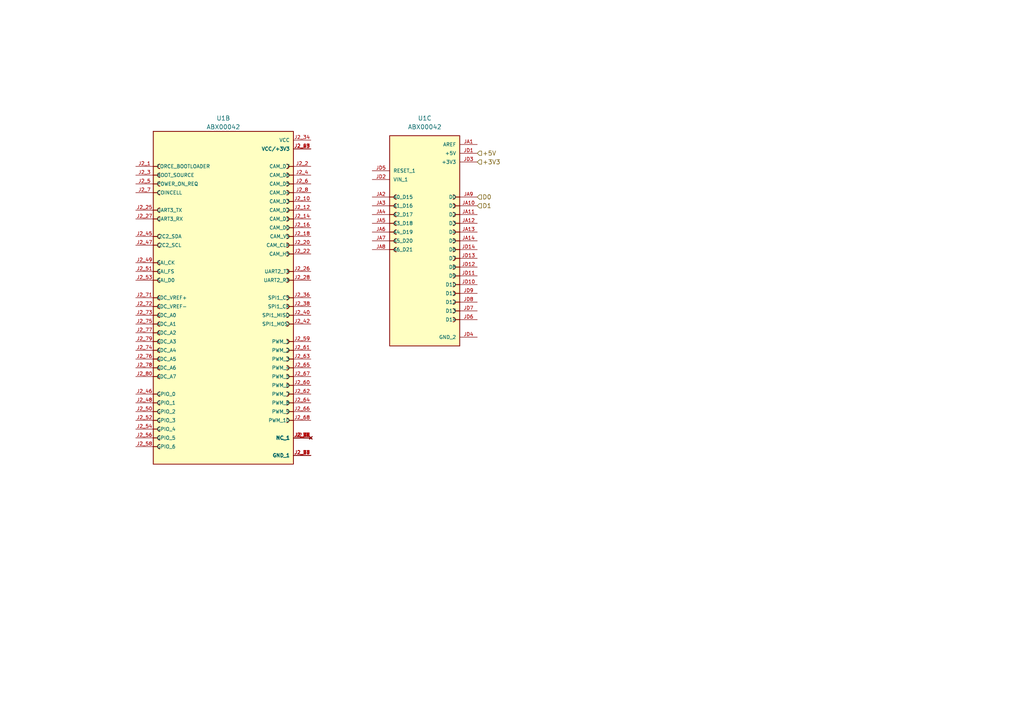
<source format=kicad_sch>
(kicad_sch (version 20230121) (generator eeschema)
  (paper "A4")
  (lib_symbols
    (symbol "ABX00042:ABX00042" (pin_names (offset 1.016))
      (property "Reference" "U" (at -20.32 52.07 0))
      (property "Value" "ABX00042" (at -20.32 -53.34 0))
      (symbol "ABX00042_1_0"
        (rectangle (start -20.32 -50.8) (end 20.32 50.8) (stroke (width 0.254)) (fill (type background)))
        (arc (start -18.415 -45.085) (mid -19.0473 -45.72) (end -18.415 -46.355) (stroke (width 0.254)))
        (arc (start -18.415 -42.545) (mid -19.0473 -43.18) (end -18.415 -43.815) (stroke (width 0.254)))
        (arc (start -18.415 -40.005) (mid -19.0473 -40.64) (end -18.415 -41.275) (stroke (width 0.254)))
        (arc (start -18.415 -37.465) (mid -19.0473 -38.1) (end -18.415 -38.735) (stroke (width 0.254)))
        (arc (start -18.415 -32.385) (mid -19.0473 -33.02) (end -18.415 -33.655) (stroke (width 0.254)))
        (arc (start -18.415 -29.845) (mid -19.0473 -30.48) (end -18.415 -31.115) (stroke (width 0.254)))
        (arc (start -18.415 -27.305) (mid -19.0473 -27.94) (end -18.415 -28.575) (stroke (width 0.254)))
        (arc (start -18.415 -24.765) (mid -19.0473 -25.4) (end -18.415 -26.035) (stroke (width 0.254)))
        (arc (start -18.415 -22.225) (mid -19.0473 -22.86) (end -18.415 -23.495) (stroke (width 0.254)))
        (arc (start -18.415 -19.685) (mid -19.0473 -20.32) (end -18.415 -20.955) (stroke (width 0.254)))
        (arc (start -18.415 -14.605) (mid -19.0473 -15.24) (end -18.415 -15.875) (stroke (width 0.254)))
        (arc (start -18.415 -12.065) (mid -19.0473 -12.7) (end -18.415 -13.335) (stroke (width 0.254)))
        (arc (start -18.415 -6.985) (mid -19.0473 -7.62) (end -18.415 -8.255) (stroke (width 0.254)))
        (arc (start -18.415 -4.445) (mid -19.0473 -5.08) (end -18.415 -5.715) (stroke (width 0.254)))
        (arc (start -18.415 0.635) (mid -19.0473 0) (end -18.415 -0.635) (stroke (width 0.254)))
        (arc (start -18.415 3.175) (mid -19.0473 2.54) (end -18.415 1.905) (stroke (width 0.254)))
        (arc (start -18.415 5.715) (mid -19.0473 5.08) (end -18.415 4.445) (stroke (width 0.254)))
        (arc (start -18.415 8.255) (mid -19.0473 7.62) (end -18.415 6.985) (stroke (width 0.254)))
        (arc (start -18.415 13.335) (mid -19.0473 12.7) (end -18.415 12.065) (stroke (width 0.254)))
        (arc (start -18.415 15.875) (mid -19.0473 15.24) (end -18.415 14.605) (stroke (width 0.254)))
        (arc (start -18.415 18.415) (mid -19.0473 17.78) (end -18.415 17.145) (stroke (width 0.254)))
        (arc (start -18.415 20.955) (mid -19.0473 20.32) (end -18.415 19.685) (stroke (width 0.254)))
        (arc (start -18.415 26.035) (mid -19.0473 25.4) (end -18.415 24.765) (stroke (width 0.254)))
        (arc (start -18.415 28.575) (mid -19.0473 27.94) (end -18.415 27.305) (stroke (width 0.254)))
        (arc (start -18.415 31.115) (mid -19.0473 30.48) (end -18.415 29.845) (stroke (width 0.254)))
        (arc (start -18.415 33.655) (mid -19.0473 33.02) (end -18.415 32.385) (stroke (width 0.254)))
        (arc (start -18.415 36.195) (mid -19.0473 35.56) (end -18.415 34.925) (stroke (width 0.254)))
        (arc (start -18.415 38.735) (mid -19.0473 38.1) (end -18.415 37.465) (stroke (width 0.254)))
        (polyline (pts (xy -20.32 -45.72) (xy -19.05 -45.72)) (stroke (width 0.254)))
        (polyline (pts (xy -20.32 -43.18) (xy -19.05 -43.18)) (stroke (width 0.254)))
        (polyline (pts (xy -20.32 -40.64) (xy -19.05 -40.64)) (stroke (width 0.254)))
        (polyline (pts (xy -20.32 -38.1) (xy -19.05 -38.1)) (stroke (width 0.254)))
        (polyline (pts (xy -20.32 -33.02) (xy -19.05 -33.02)) (stroke (width 0.254)))
        (polyline (pts (xy -20.32 -30.48) (xy -19.05 -30.48)) (stroke (width 0.254)))
        (polyline (pts (xy -20.32 -27.94) (xy -19.05 -27.94)) (stroke (width 0.254)))
        (polyline (pts (xy -20.32 -25.4) (xy -19.05 -25.4)) (stroke (width 0.254)))
        (polyline (pts (xy -20.32 -22.86) (xy -19.05 -22.86)) (stroke (width 0.254)))
        (polyline (pts (xy -20.32 -20.32) (xy -19.05 -20.32)) (stroke (width 0.254)))
        (polyline (pts (xy -20.32 -15.24) (xy -19.05 -15.24)) (stroke (width 0.254)))
        (polyline (pts (xy -20.32 -12.7) (xy -19.05 -12.7)) (stroke (width 0.254)))
        (polyline (pts (xy -20.32 -7.62) (xy -19.05 -7.62)) (stroke (width 0.254)))
        (polyline (pts (xy -20.32 -5.08) (xy -19.05 -5.08)) (stroke (width 0.254)))
        (polyline (pts (xy -20.32 0) (xy -19.05 0)) (stroke (width 0.254)))
        (polyline (pts (xy -20.32 2.54) (xy -19.05 2.54)) (stroke (width 0.254)))
        (polyline (pts (xy -20.32 5.08) (xy -19.05 5.08)) (stroke (width 0.254)))
        (polyline (pts (xy -20.32 7.62) (xy -19.05 7.62)) (stroke (width 0.254)))
        (polyline (pts (xy -20.32 12.7) (xy -19.05 12.7)) (stroke (width 0.254)))
        (polyline (pts (xy -20.32 15.24) (xy -19.05 15.24)) (stroke (width 0.254)))
        (polyline (pts (xy -20.32 17.78) (xy -19.05 17.78)) (stroke (width 0.254)))
        (polyline (pts (xy -20.32 20.32) (xy -19.05 20.32)) (stroke (width 0.254)))
        (polyline (pts (xy -20.32 25.4) (xy -19.05 25.4)) (stroke (width 0.254)))
        (polyline (pts (xy -20.32 27.94) (xy -19.05 27.94)) (stroke (width 0.254)))
        (polyline (pts (xy -20.32 30.48) (xy -19.05 30.48)) (stroke (width 0.254)))
        (polyline (pts (xy -20.32 33.02) (xy -19.05 33.02)) (stroke (width 0.254)))
        (polyline (pts (xy -20.32 35.56) (xy -19.05 35.56)) (stroke (width 0.254)))
        (polyline (pts (xy -20.32 38.1) (xy -19.05 38.1)) (stroke (width 0.254)))
        (polyline (pts (xy 20.32 -35.56) (xy 19.05 -35.56)) (stroke (width 0.254)))
        (polyline (pts (xy 20.32 -33.02) (xy 19.05 -33.02)) (stroke (width 0.254)))
        (polyline (pts (xy 20.32 -27.94) (xy 19.05 -27.94)) (stroke (width 0.254)))
        (polyline (pts (xy 20.32 -25.4) (xy 19.05 -25.4)) (stroke (width 0.254)))
        (polyline (pts (xy 20.32 -22.86) (xy 19.05 -22.86)) (stroke (width 0.254)))
        (polyline (pts (xy 20.32 -20.32) (xy 19.05 -20.32)) (stroke (width 0.254)))
        (polyline (pts (xy 20.32 -7.62) (xy 19.05 -7.62)) (stroke (width 0.254)))
        (polyline (pts (xy 20.32 -5.08) (xy 19.05 -5.08)) (stroke (width 0.254)))
        (polyline (pts (xy 20.32 0) (xy 19.05 0)) (stroke (width 0.254)))
        (polyline (pts (xy 20.32 2.54) (xy 19.05 2.54)) (stroke (width 0.254)))
        (polyline (pts (xy 20.32 5.08) (xy 19.05 5.08)) (stroke (width 0.254)))
        (polyline (pts (xy 20.32 7.62) (xy 19.05 7.62)) (stroke (width 0.254)))
        (polyline (pts (xy 20.32 17.78) (xy 19.05 17.78)) (stroke (width 0.254)))
        (polyline (pts (xy 20.32 20.32) (xy 19.05 20.32)) (stroke (width 0.254)))
        (polyline (pts (xy 20.32 25.4) (xy 19.05 25.4)) (stroke (width 0.254)))
        (polyline (pts (xy 20.32 27.94) (xy 19.05 27.94)) (stroke (width 0.254)))
        (polyline (pts (xy 20.32 30.48) (xy 19.05 30.48)) (stroke (width 0.254)))
        (polyline (pts (xy 20.32 33.02) (xy 19.05 33.02)) (stroke (width 0.254)))
        (polyline (pts (xy 20.32 35.56) (xy 19.05 35.56)) (stroke (width 0.254)))
        (polyline (pts (xy 20.32 38.1) (xy 19.05 38.1)) (stroke (width 0.254)))
        (arc (start 18.415 -36.195) (mid 19.0473 -35.56) (end 18.415 -34.925) (stroke (width 0.254)))
        (arc (start 18.415 -33.655) (mid 19.0473 -33.02) (end 18.415 -32.385) (stroke (width 0.254)))
        (arc (start 18.415 -28.575) (mid 19.0473 -27.94) (end 18.415 -27.305) (stroke (width 0.254)))
        (arc (start 18.415 -26.035) (mid 19.0473 -25.4) (end 18.415 -24.765) (stroke (width 0.254)))
        (arc (start 18.415 -23.495) (mid 19.0473 -22.86) (end 18.415 -22.225) (stroke (width 0.254)))
        (arc (start 18.415 -20.955) (mid 19.0473 -20.32) (end 18.415 -19.685) (stroke (width 0.254)))
        (arc (start 18.415 -8.255) (mid 19.0473 -7.62) (end 18.415 -6.985) (stroke (width 0.254)))
        (arc (start 18.415 -5.715) (mid 19.0473 -5.08) (end 18.415 -4.445) (stroke (width 0.254)))
        (arc (start 18.415 -0.635) (mid 19.0473 0) (end 18.415 0.635) (stroke (width 0.254)))
        (arc (start 18.415 1.905) (mid 19.0473 2.54) (end 18.415 3.175) (stroke (width 0.254)))
        (arc (start 18.415 4.445) (mid 19.0473 5.08) (end 18.415 5.715) (stroke (width 0.254)))
        (arc (start 18.415 6.985) (mid 19.0473 7.62) (end 18.415 8.255) (stroke (width 0.254)))
        (arc (start 18.415 17.145) (mid 19.0473 17.78) (end 18.415 18.415) (stroke (width 0.254)))
        (arc (start 18.415 19.685) (mid 19.0473 20.32) (end 18.415 20.955) (stroke (width 0.254)))
        (arc (start 18.415 24.765) (mid 19.0473 25.4) (end 18.415 26.035) (stroke (width 0.254)))
        (arc (start 18.415 27.305) (mid 19.0473 27.94) (end 18.415 28.575) (stroke (width 0.254)))
        (arc (start 18.415 29.845) (mid 19.0473 30.48) (end 18.415 31.115) (stroke (width 0.254)))
        (arc (start 18.415 32.385) (mid 19.0473 33.02) (end 18.415 33.655) (stroke (width 0.254)))
        (arc (start 18.415 34.925) (mid 19.0473 35.56) (end 18.415 36.195) (stroke (width 0.254)))
        (arc (start 18.415 37.465) (mid 19.0473 38.1) (end 18.415 38.735) (stroke (width 0.254)))
        (pin input line (at -25.4 38.1 0) (length 5.08) (name "ETH_A+") (number "J1_1"))
        (pin bidirectional line (at 25.4 38.1 180) (length 5.08) (name "DSI_D1+") (number "J1_10"))
        (pin no_connect line (at 25.4 -43.18 180) (length 5.08) (name "NC") (number "J1_11"))
        (pin bidirectional line (at 25.4 35.56 180) (length 5.08) (name "DSI_D1-") (number "J1_12"))
        (pin no_connect line (at 25.4 -43.18 180) (length 5.08) (name "NC") (number "J1_13"))
        (pin bidirectional line (at 25.4 33.02 180) (length 5.08) (name "DSI_D0+") (number "J1_14"))
        (pin no_connect line (at 25.4 -43.18 180) (length 5.08) (name "NC") (number "J1_15"))
        (pin bidirectional line (at 25.4 30.48 180) (length 5.08) (name "DSI_D0-") (number "J1_16"))
        (pin output line (at -25.4 27.94 0) (length 5.08) (name "ETH_L1") (number "J1_17"))
        (pin bidirectional line (at 25.4 27.94 180) (length 5.08) (name "DSI_CK+") (number "J1_18"))
        (pin output line (at -25.4 25.4 0) (length 5.08) (name "ETH_L2") (number "J1_19"))
        (pin no_connect line (at 25.4 -43.18 180) (length 5.08) (name "NC") (number "J1_2"))
        (pin bidirectional line (at 25.4 25.4 180) (length 5.08) (name "DSI_CK-") (number "J1_20"))
        (pin input line (at -25.4 43.18 0) (length 5.08) (name "VIN") (number "J1_21"))
        (pin power_in line (at 25.4 -48.26 180) (length 5.08) (name "GND") (number "J1_22"))
        (pin power_in line (at -25.4 20.32 0) (length 5.08) (name "USB1_VBUS") (number "J1_23"))
        (pin no_connect line (at 25.4 -43.18 180) (length 5.08) (name "NC") (number "J1_24"))
        (pin bidirectional line (at -25.4 17.78 0) (length 5.08) (name "USB1_D+") (number "J1_25"))
        (pin bidirectional line (at 25.4 20.32 180) (length 5.08) (name "USB0_D+") (number "J1_26"))
        (pin bidirectional line (at -25.4 15.24 0) (length 5.08) (name "USB1_D-") (number "J1_27"))
        (pin bidirectional line (at 25.4 17.78 180) (length 5.08) (name "USB0_D-") (number "J1_28"))
        (pin bidirectional line (at -25.4 12.7 0) (length 5.08) (name "USB1_ID") (number "J1_29"))
        (pin input line (at -25.4 35.56 0) (length 5.08) (name "ETH_A-") (number "J1_3"))
        (pin no_connect line (at 25.4 -43.18 180) (length 5.08) (name "NC") (number "J1_30"))
        (pin power_in line (at 25.4 -48.26 180) (length 5.08) (name "GND") (number "J1_31"))
        (pin input line (at -25.4 43.18 0) (length 5.08) (name "VIN") (number "J1_32"))
        (pin output line (at -25.4 7.62 0) (length 5.08) (name "UART1_TX") (number "J1_33"))
        (pin output line (at 25.4 7.62 180) (length 5.08) (name "UART0_TX") (number "J1_34"))
        (pin input line (at -25.4 5.08 0) (length 5.08) (name "UART1_RX") (number "J1_35"))
        (pin input line (at 25.4 5.08 180) (length 5.08) (name "UART0_RX") (number "J1_36"))
        (pin bidirectional line (at -25.4 2.54 0) (length 5.08) (name "UART1_RTS") (number "J1_37"))
        (pin bidirectional line (at 25.4 2.54 180) (length 5.08) (name "UART0_RTS") (number "J1_38"))
        (pin bidirectional line (at -25.4 0 0) (length 5.08) (name "UART1_CTS") (number "J1_39"))
        (pin no_connect line (at 25.4 -43.18 180) (length 5.08) (name "NC") (number "J1_4"))
        (pin bidirectional line (at 25.4 0 180) (length 5.08) (name "UART0_CTS") (number "J1_40"))
        (pin input line (at -25.4 43.18 0) (length 5.08) (name "VIN") (number "J1_41"))
        (pin power_in line (at 25.4 -48.26 180) (length 5.08) (name "GND") (number "J1_42"))
        (pin bidirectional line (at -25.4 -5.08 0) (length 5.08) (name "I2C1_SDA") (number "J1_43"))
        (pin bidirectional line (at 25.4 -5.08 180) (length 5.08) (name "I2C0_SDA") (number "J1_44"))
        (pin input line (at -25.4 -7.62 0) (length 5.08) (name "I2C1_SCL") (number "J1_45"))
        (pin input line (at 25.4 -7.62 180) (length 5.08) (name "I2C0_SCL") (number "J1_46"))
        (pin power_in line (at 25.4 -48.26 180) (length 5.08) (name "GND") (number "J1_47"))
        (pin input line (at -25.4 43.18 0) (length 5.08) (name "VIN") (number "J1_48"))
        (pin output line (at -25.4 -12.7 0) (length 5.08) (name "CAN1_TX") (number "J1_49"))
        (pin input line (at -25.4 33.02 0) (length 5.08) (name "ETH_B+") (number "J1_5"))
        (pin no_connect line (at 25.4 -43.18 180) (length 5.08) (name "NC") (number "J1_50"))
        (pin input line (at -25.4 -15.24 0) (length 5.08) (name "CAN1_RX") (number "J1_51"))
        (pin no_connect line (at 25.4 -43.18 180) (length 5.08) (name "NC") (number "J1_52"))
        (pin power_in line (at 25.4 45.72 180) (length 5.08) (name "VSYS") (number "J1_53"))
        (pin power_in line (at 25.4 -48.26 180) (length 5.08) (name "GND") (number "J1_54"))
        (pin input line (at -25.4 -20.32 0) (length 5.08) (name "SDC_CLK") (number "J1_55"))
        (pin bidirectional line (at 25.4 -20.32 180) (length 5.08) (name "I2S_MCK") (number "J1_56"))
        (pin input line (at -25.4 -22.86 0) (length 5.08) (name "SDC_CMD") (number "J1_57"))
        (pin bidirectional line (at 25.4 -22.86 180) (length 5.08) (name "I2S_WS") (number "J1_58"))
        (pin bidirectional line (at -25.4 -25.4 0) (length 5.08) (name "SDC_D0") (number "J1_59"))
        (pin no_connect line (at 25.4 -43.18 180) (length 5.08) (name "NC") (number "J1_6"))
        (pin input line (at 25.4 -25.4 180) (length 5.08) (name "I2S_DI") (number "J1_60"))
        (pin bidirectional line (at -25.4 -27.94 0) (length 5.08) (name "SDC_D1") (number "J1_61"))
        (pin output line (at 25.4 -27.94 180) (length 5.08) (name "I2S_DO") (number "J1_62"))
        (pin bidirectional line (at -25.4 -30.48 0) (length 5.08) (name "SDC_D2") (number "J1_63"))
        (pin power_in line (at 25.4 45.72 180) (length 5.08) (name "VSYS") (number "J1_64"))
        (pin bidirectional line (at -25.4 -33.02 0) (length 5.08) (name "SDC_D3") (number "J1_65"))
        (pin bidirectional line (at 25.4 -33.02 180) (length 5.08) (name "DMIC_CK") (number "J1_66"))
        (pin no_connect line (at 25.4 -43.18 180) (length 5.08) (name "NC") (number "J1_67"))
        (pin bidirectional line (at 25.4 -35.56 180) (length 5.08) (name "DMIC_D0") (number "J1_68"))
        (pin no_connect line (at 25.4 -43.18 180) (length 5.08) (name "NC") (number "J1_69"))
        (pin input line (at -25.4 30.48 0) (length 5.08) (name "ETH_B-") (number "J1_7"))
        (pin no_connect line (at 25.4 -43.18 180) (length 5.08) (name "NC") (number "J1_70"))
        (pin no_connect line (at 25.4 -43.18 180) (length 5.08) (name "NC") (number "J1_71"))
        (pin power_in line (at 25.4 48.26 180) (length 5.08) (name "V-SDCARD") (number "J1_72"))
        (pin input line (at -25.4 -38.1 0) (length 5.08) (name "~{RESET}") (number "J1_73"))
        (pin no_connect line (at 25.4 -43.18 180) (length 5.08) (name "NC") (number "J1_74"))
        (pin bidirectional line (at -25.4 -40.64 0) (length 5.08) (name "SWDIO") (number "J1_75"))
        (pin no_connect line (at 25.4 -43.18 180) (length 5.08) (name "NC") (number "J1_76"))
        (pin input line (at -25.4 -43.18 0) (length 5.08) (name "SWCK") (number "J1_77"))
        (pin no_connect line (at 25.4 -43.18 180) (length 5.08) (name "NC") (number "J1_78"))
        (pin output line (at -25.4 -45.72 0) (length 5.08) (name "SWO") (number "J1_79"))
        (pin no_connect line (at 25.4 -43.18 180) (length 5.08) (name "NC") (number "J1_8"))
        (pin no_connect line (at 25.4 -43.18 180) (length 5.08) (name "NC") (number "J1_80"))
        (pin no_connect line (at 25.4 -43.18 180) (length 5.08) (name "NC") (number "J1_9"))
      )
      (symbol "ABX00042_2_0"
        (rectangle (start -20.32 -48.26) (end 20.32 48.26) (stroke (width 0.254)) (fill (type background)))
        (arc (start -19.05 -43.18) (mid -18.864 -43.629) (end -18.415 -43.815) (stroke (width 0.254)))
        (arc (start -18.415 -42.545) (mid -18.864 -42.731) (end -19.05 -43.18) (stroke (width 0.254)))
        (arc (start -18.415 -40.005) (mid -19.0473 -40.64) (end -18.415 -41.275) (stroke (width 0.254)))
        (arc (start -18.415 -37.465) (mid -19.0473 -38.1) (end -18.415 -38.735) (stroke (width 0.254)))
        (arc (start -18.415 -34.925) (mid -19.0473 -35.56) (end -18.415 -36.195) (stroke (width 0.254)))
        (arc (start -18.415 -32.385) (mid -19.0473 -33.02) (end -18.415 -33.655) (stroke (width 0.254)))
        (arc (start -18.415 -29.845) (mid -19.0473 -30.48) (end -18.415 -31.115) (stroke (width 0.254)))
        (arc (start -18.415 -27.305) (mid -19.0473 -27.94) (end -18.415 -28.575) (stroke (width 0.254)))
        (arc (start -18.415 -22.225) (mid -19.0473 -22.86) (end -18.415 -23.495) (stroke (width 0.254)))
        (arc (start -18.415 -19.685) (mid -19.0473 -20.32) (end -18.415 -20.955) (stroke (width 0.254)))
        (arc (start -18.415 -17.145) (mid -19.0473 -17.78) (end -18.415 -18.415) (stroke (width 0.254)))
        (arc (start -18.415 -14.605) (mid -19.0473 -15.24) (end -18.415 -15.875) (stroke (width 0.254)))
        (arc (start -18.415 -12.065) (mid -19.0473 -12.7) (end -18.415 -13.335) (stroke (width 0.254)))
        (arc (start -18.415 -9.525) (mid -19.0473 -10.16) (end -18.415 -10.795) (stroke (width 0.254)))
        (arc (start -18.415 -6.985) (mid -19.0473 -7.62) (end -18.415 -8.255) (stroke (width 0.254)))
        (arc (start -18.415 -4.445) (mid -19.0473 -5.08) (end -18.415 -5.715) (stroke (width 0.254)))
        (arc (start -18.415 -1.905) (mid -19.0473 -2.54) (end -18.415 -3.175) (stroke (width 0.254)))
        (arc (start -18.415 0.635) (mid -19.0473 0) (end -18.415 -0.635) (stroke (width 0.254)))
        (arc (start -18.415 5.715) (mid -19.0473 5.08) (end -18.415 4.445) (stroke (width 0.254)))
        (arc (start -18.415 8.255) (mid -19.0473 7.62) (end -18.415 6.985) (stroke (width 0.254)))
        (arc (start -18.415 10.795) (mid -19.0473 10.16) (end -18.415 9.525) (stroke (width 0.254)))
        (arc (start -18.415 15.875) (mid -19.0473 15.24) (end -18.415 14.605) (stroke (width 0.254)))
        (arc (start -18.415 18.415) (mid -19.0473 17.78) (end -18.415 17.145) (stroke (width 0.254)))
        (arc (start -18.415 23.495) (mid -19.0473 22.86) (end -18.415 22.225) (stroke (width 0.254)))
        (arc (start -18.415 26.035) (mid -19.0473 25.4) (end -18.415 24.765) (stroke (width 0.254)))
        (arc (start -18.415 31.115) (mid -19.0473 30.48) (end -18.415 29.845) (stroke (width 0.254)))
        (arc (start -18.415 33.655) (mid -19.0473 33.02) (end -18.415 32.385) (stroke (width 0.254)))
        (arc (start -18.415 36.195) (mid -19.0473 35.56) (end -18.415 34.925) (stroke (width 0.254)))
        (arc (start -18.415 38.735) (mid -19.0473 38.1) (end -18.415 37.465) (stroke (width 0.254)))
        (polyline (pts (xy -20.32 -43.18) (xy -19.05 -43.18)) (stroke (width 0.254)))
        (polyline (pts (xy -20.32 -40.64) (xy -19.05 -40.64)) (stroke (width 0.254)))
        (polyline (pts (xy -20.32 -38.1) (xy -19.05 -38.1)) (stroke (width 0.254)))
        (polyline (pts (xy -20.32 -35.56) (xy -19.05 -35.56)) (stroke (width 0.254)))
        (polyline (pts (xy -20.32 -33.02) (xy -19.05 -33.02)) (stroke (width 0.254)))
        (polyline (pts (xy -20.32 -30.48) (xy -19.05 -30.48)) (stroke (width 0.254)))
        (polyline (pts (xy -20.32 -27.94) (xy -19.05 -27.94)) (stroke (width 0.254)))
        (polyline (pts (xy -20.32 -22.86) (xy -19.05 -22.86)) (stroke (width 0.254)))
        (polyline (pts (xy -20.32 -20.32) (xy -19.05 -20.32)) (stroke (width 0.254)))
        (polyline (pts (xy -20.32 -17.78) (xy -19.05 -17.78)) (stroke (width 0.254)))
        (polyline (pts (xy -20.32 -15.24) (xy -19.05 -15.24)) (stroke (width 0.254)))
        (polyline (pts (xy -20.32 -12.7) (xy -19.05 -12.7)) (stroke (width 0.254)))
        (polyline (pts (xy -20.32 -10.16) (xy -19.05 -10.16)) (stroke (width 0.254)))
        (polyline (pts (xy -20.32 -7.62) (xy -19.05 -7.62)) (stroke (width 0.254)))
        (polyline (pts (xy -20.32 -5.08) (xy -19.05 -5.08)) (stroke (width 0.254)))
        (polyline (pts (xy -20.32 -2.54) (xy -19.05 -2.54)) (stroke (width 0.254)))
        (polyline (pts (xy -20.32 0) (xy -19.05 0)) (stroke (width 0.254)))
        (polyline (pts (xy -20.32 5.08) (xy -19.05 5.08)) (stroke (width 0.254)))
        (polyline (pts (xy -20.32 7.62) (xy -19.05 7.62)) (stroke (width 0.254)))
        (polyline (pts (xy -20.32 10.16) (xy -19.05 10.16)) (stroke (width 0.254)))
        (polyline (pts (xy -20.32 15.24) (xy -19.05 15.24)) (stroke (width 0.254)))
        (polyline (pts (xy -20.32 17.78) (xy -19.05 17.78)) (stroke (width 0.254)))
        (polyline (pts (xy -20.32 22.86) (xy -19.05 22.86)) (stroke (width 0.254)))
        (polyline (pts (xy -20.32 25.4) (xy -19.05 25.4)) (stroke (width 0.254)))
        (polyline (pts (xy -20.32 30.48) (xy -19.05 30.48)) (stroke (width 0.254)))
        (polyline (pts (xy -20.32 33.02) (xy -19.05 33.02)) (stroke (width 0.254)))
        (polyline (pts (xy -20.32 35.56) (xy -19.05 35.56)) (stroke (width 0.254)))
        (polyline (pts (xy -20.32 38.1) (xy -19.05 38.1)) (stroke (width 0.254)))
        (polyline (pts (xy 20.32 -35.56) (xy 19.05 -35.56)) (stroke (width 0.254)))
        (polyline (pts (xy 20.32 -33.02) (xy 19.05 -33.02)) (stroke (width 0.254)))
        (polyline (pts (xy 20.32 -30.48) (xy 19.05 -30.48)) (stroke (width 0.254)))
        (polyline (pts (xy 20.32 -27.94) (xy 19.05 -27.94)) (stroke (width 0.254)))
        (polyline (pts (xy 20.32 -25.4) (xy 19.05 -25.4)) (stroke (width 0.254)))
        (polyline (pts (xy 20.32 -22.86) (xy 19.05 -22.86)) (stroke (width 0.254)))
        (polyline (pts (xy 20.32 -20.32) (xy 19.05 -20.32)) (stroke (width 0.254)))
        (polyline (pts (xy 20.32 -17.78) (xy 19.05 -17.78)) (stroke (width 0.254)))
        (polyline (pts (xy 20.32 -15.24) (xy 19.05 -15.24)) (stroke (width 0.254)))
        (polyline (pts (xy 20.32 -12.7) (xy 19.05 -12.7)) (stroke (width 0.254)))
        (polyline (pts (xy 20.32 -7.62) (xy 19.05 -7.62)) (stroke (width 0.254)))
        (polyline (pts (xy 20.32 -5.08) (xy 19.05 -5.08)) (stroke (width 0.254)))
        (polyline (pts (xy 20.32 -2.54) (xy 19.05 -2.54)) (stroke (width 0.254)))
        (polyline (pts (xy 20.32 0) (xy 19.05 0)) (stroke (width 0.254)))
        (polyline (pts (xy 20.32 5.08) (xy 19.05 5.08)) (stroke (width 0.254)))
        (polyline (pts (xy 20.32 7.62) (xy 19.05 7.62)) (stroke (width 0.254)))
        (polyline (pts (xy 20.32 12.7) (xy 19.05 12.7)) (stroke (width 0.254)))
        (polyline (pts (xy 20.32 15.24) (xy 19.05 15.24)) (stroke (width 0.254)))
        (polyline (pts (xy 20.32 17.78) (xy 19.05 17.78)) (stroke (width 0.254)))
        (polyline (pts (xy 20.32 20.32) (xy 19.05 20.32)) (stroke (width 0.254)))
        (polyline (pts (xy 20.32 22.86) (xy 19.05 22.86)) (stroke (width 0.254)))
        (polyline (pts (xy 20.32 25.4) (xy 19.05 25.4)) (stroke (width 0.254)))
        (polyline (pts (xy 20.32 27.94) (xy 19.05 27.94)) (stroke (width 0.254)))
        (polyline (pts (xy 20.32 30.48) (xy 19.05 30.48)) (stroke (width 0.254)))
        (polyline (pts (xy 20.32 33.02) (xy 19.05 33.02)) (stroke (width 0.254)))
        (polyline (pts (xy 20.32 35.56) (xy 19.05 35.56)) (stroke (width 0.254)))
        (polyline (pts (xy 20.32 38.1) (xy 19.05 38.1)) (stroke (width 0.254)))
        (arc (start 18.415 -36.195) (mid 19.0473 -35.56) (end 18.415 -34.925) (stroke (width 0.254)))
        (arc (start 18.415 -33.655) (mid 19.0473 -33.02) (end 18.415 -32.385) (stroke (width 0.254)))
        (arc (start 18.415 -31.115) (mid 19.0473 -30.48) (end 18.415 -29.845) (stroke (width 0.254)))
        (arc (start 18.415 -28.575) (mid 19.0473 -27.94) (end 18.415 -27.305) (stroke (width 0.254)))
        (arc (start 18.415 -26.035) (mid 19.0473 -25.4) (end 18.415 -24.765) (stroke (width 0.254)))
        (arc (start 18.415 -23.495) (mid 19.0473 -22.86) (end 18.415 -22.225) (stroke (width 0.254)))
        (arc (start 18.415 -20.955) (mid 19.0473 -20.32) (end 18.415 -19.685) (stroke (width 0.254)))
        (arc (start 18.415 -18.415) (mid 19.0473 -17.78) (end 18.415 -17.145) (stroke (width 0.254)))
        (arc (start 18.415 -15.875) (mid 19.0473 -15.24) (end 18.415 -14.605) (stroke (width 0.254)))
        (arc (start 18.415 -13.335) (mid 19.0473 -12.7) (end 18.415 -12.065) (stroke (width 0.254)))
        (arc (start 18.415 -8.255) (mid 19.0473 -7.62) (end 18.415 -6.985) (stroke (width 0.254)))
        (arc (start 18.415 -5.715) (mid 19.0473 -5.08) (end 18.415 -4.445) (stroke (width 0.254)))
        (arc (start 18.415 -3.175) (mid 19.0473 -2.54) (end 18.415 -1.905) (stroke (width 0.254)))
        (arc (start 18.415 -0.635) (mid 19.0473 0) (end 18.415 0.635) (stroke (width 0.254)))
        (arc (start 18.415 4.445) (mid 19.0473 5.08) (end 18.415 5.715) (stroke (width 0.254)))
        (arc (start 18.415 6.985) (mid 19.0473 7.62) (end 18.415 8.255) (stroke (width 0.254)))
        (arc (start 18.415 12.065) (mid 19.0473 12.7) (end 18.415 13.335) (stroke (width 0.254)))
        (arc (start 18.415 14.605) (mid 19.0473 15.24) (end 18.415 15.875) (stroke (width 0.254)))
        (arc (start 18.415 17.145) (mid 19.0473 17.78) (end 18.415 18.415) (stroke (width 0.254)))
        (arc (start 18.415 19.685) (mid 19.0473 20.32) (end 18.415 20.955) (stroke (width 0.254)))
        (arc (start 18.415 22.225) (mid 19.0473 22.86) (end 18.415 23.495) (stroke (width 0.254)))
        (arc (start 18.415 24.765) (mid 19.0473 25.4) (end 18.415 26.035) (stroke (width 0.254)))
        (arc (start 18.415 27.305) (mid 19.0473 27.94) (end 18.415 28.575) (stroke (width 0.254)))
        (arc (start 18.415 29.845) (mid 19.0473 30.48) (end 18.415 31.115) (stroke (width 0.254)))
        (arc (start 18.415 32.385) (mid 19.0473 33.02) (end 18.415 33.655) (stroke (width 0.254)))
        (arc (start 18.415 34.925) (mid 19.0473 35.56) (end 18.415 36.195) (stroke (width 0.254)))
        (arc (start 18.415 37.465) (mid 19.0473 38.1) (end 18.415 38.735) (stroke (width 0.254)))
        (pin input line (at -25.4 38.1 0) (length 5.08) (name "FORCE_BOOTLOADER") (number "J2_1"))
        (pin bidirectional line (at 25.4 27.94 180) (length 5.08) (name "CAM_D3") (number "J2_10"))
        (pin no_connect line (at 25.4 -40.64 180) (length 5.08) (name "NC_1") (number "J2_11"))
        (pin bidirectional line (at 25.4 25.4 180) (length 5.08) (name "CAM_D2") (number "J2_12"))
        (pin no_connect line (at 25.4 -40.64 180) (length 5.08) (name "NC_1") (number "J2_13"))
        (pin bidirectional line (at 25.4 22.86 180) (length 5.08) (name "CAM_D1") (number "J2_14"))
        (pin no_connect line (at 25.4 -40.64 180) (length 5.08) (name "NC_1") (number "J2_15"))
        (pin bidirectional line (at 25.4 20.32 180) (length 5.08) (name "CAM_D0") (number "J2_16"))
        (pin no_connect line (at 25.4 -40.64 180) (length 5.08) (name "NC_1") (number "J2_17"))
        (pin bidirectional line (at 25.4 17.78 180) (length 5.08) (name "CAM_VS") (number "J2_18"))
        (pin no_connect line (at 25.4 -40.64 180) (length 5.08) (name "NC_1") (number "J2_19"))
        (pin bidirectional line (at 25.4 38.1 180) (length 5.08) (name "CAM_D7") (number "J2_2"))
        (pin bidirectional line (at 25.4 15.24 180) (length 5.08) (name "CAM_CLK") (number "J2_20"))
        (pin no_connect line (at 25.4 -40.64 180) (length 5.08) (name "NC_1") (number "J2_21"))
        (pin bidirectional line (at 25.4 12.7 180) (length 5.08) (name "CAM_HS") (number "J2_22"))
        (pin power_in line (at 25.4 43.18 180) (length 5.08) (name "VCC/+3V3") (number "J2_23"))
        (pin power_in line (at 25.4 -45.72 180) (length 5.08) (name "GND_1") (number "J2_24"))
        (pin output line (at -25.4 25.4 0) (length 5.08) (name "UART3_TX") (number "J2_25"))
        (pin output line (at 25.4 7.62 180) (length 5.08) (name "UART2_TX") (number "J2_26"))
        (pin input line (at -25.4 22.86 0) (length 5.08) (name "UART3_RX") (number "J2_27"))
        (pin input line (at 25.4 5.08 180) (length 5.08) (name "UART2_RX") (number "J2_28"))
        (pin no_connect line (at 25.4 -40.64 180) (length 5.08) (name "NC_1") (number "J2_29"))
        (pin input line (at -25.4 35.56 0) (length 5.08) (name "BOOT_SOURCE") (number "J2_3"))
        (pin no_connect line (at 25.4 -40.64 180) (length 5.08) (name "NC_1") (number "J2_30"))
        (pin no_connect line (at 25.4 -40.64 180) (length 5.08) (name "NC_1") (number "J2_31"))
        (pin no_connect line (at 25.4 -40.64 180) (length 5.08) (name "NC_1") (number "J2_32"))
        (pin power_in line (at 25.4 -45.72 180) (length 5.08) (name "GND_1") (number "J2_33"))
        (pin power_in line (at 25.4 45.72 180) (length 5.08) (name "VCC") (number "J2_34"))
        (pin no_connect line (at 25.4 -40.64 180) (length 5.08) (name "NC_1") (number "J2_35"))
        (pin input line (at 25.4 0 180) (length 5.08) (name "SPI1_CS") (number "J2_36"))
        (pin no_connect line (at 25.4 -40.64 180) (length 5.08) (name "NC_1") (number "J2_37"))
        (pin input line (at 25.4 -2.54 180) (length 5.08) (name "SPI1_CK") (number "J2_38"))
        (pin no_connect line (at 25.4 -40.64 180) (length 5.08) (name "NC_1") (number "J2_39"))
        (pin bidirectional line (at 25.4 35.56 180) (length 5.08) (name "CAM_D6") (number "J2_4"))
        (pin output line (at 25.4 -5.08 180) (length 5.08) (name "SPI1_MISO") (number "J2_40"))
        (pin no_connect line (at 25.4 -40.64 180) (length 5.08) (name "NC_1") (number "J2_41"))
        (pin input line (at 25.4 -7.62 180) (length 5.08) (name "SPI1_MOSI") (number "J2_42"))
        (pin power_in line (at 25.4 43.18 180) (length 5.08) (name "VCC/+3V3") (number "J2_43"))
        (pin power_in line (at 25.4 -45.72 180) (length 5.08) (name "GND_1") (number "J2_44"))
        (pin bidirectional line (at -25.4 17.78 0) (length 5.08) (name "I2C2_SDA") (number "J2_45"))
        (pin bidirectional line (at -25.4 -27.94 0) (length 5.08) (name "GPIO_0") (number "J2_46"))
        (pin input line (at -25.4 15.24 0) (length 5.08) (name "I2C2_SCL") (number "J2_47"))
        (pin bidirectional line (at -25.4 -30.48 0) (length 5.08) (name "GPIO_1") (number "J2_48"))
        (pin input line (at -25.4 10.16 0) (length 5.08) (name "SAI_CK") (number "J2_49"))
        (pin input line (at -25.4 33.02 0) (length 5.08) (name "POWER_ON_REQ") (number "J2_5"))
        (pin bidirectional line (at -25.4 -33.02 0) (length 5.08) (name "GPIO_2") (number "J2_50"))
        (pin bidirectional line (at -25.4 7.62 0) (length 5.08) (name "SAI_FS") (number "J2_51"))
        (pin bidirectional line (at -25.4 -35.56 0) (length 5.08) (name "GPIO_3") (number "J2_52"))
        (pin bidirectional line (at -25.4 5.08 0) (length 5.08) (name "SAI_D0") (number "J2_53"))
        (pin bidirectional line (at -25.4 -38.1 0) (length 5.08) (name "GPIO_4") (number "J2_54"))
        (pin no_connect line (at 25.4 -40.64 180) (length 5.08) (name "NC_1") (number "J2_55"))
        (pin bidirectional line (at -25.4 -40.64 0) (length 5.08) (name "GPIO_5") (number "J2_56"))
        (pin power_in line (at 25.4 -45.72 180) (length 5.08) (name "GND_1") (number "J2_57"))
        (pin bidirectional line (at -25.4 -43.18 0) (length 5.08) (name "GPIO_6") (number "J2_58"))
        (pin bidirectional line (at 25.4 -12.7 180) (length 5.08) (name "PWM_1") (number "J2_59"))
        (pin bidirectional line (at 25.4 33.02 180) (length 5.08) (name "CAM_D5") (number "J2_6"))
        (pin bidirectional line (at 25.4 -25.4 180) (length 5.08) (name "PWM_6") (number "J2_60"))
        (pin bidirectional line (at 25.4 -15.24 180) (length 5.08) (name "PWM_2") (number "J2_61"))
        (pin bidirectional line (at 25.4 -27.94 180) (length 5.08) (name "PWM_7") (number "J2_62"))
        (pin bidirectional line (at 25.4 -17.78 180) (length 5.08) (name "PWM_3") (number "J2_63"))
        (pin bidirectional line (at 25.4 -30.48 180) (length 5.08) (name "PWM_8") (number "J2_64"))
        (pin bidirectional line (at 25.4 -20.32 180) (length 5.08) (name "PWM_4") (number "J2_65"))
        (pin bidirectional line (at 25.4 -33.02 180) (length 5.08) (name "PWM_9") (number "J2_66"))
        (pin bidirectional line (at 25.4 -22.86 180) (length 5.08) (name "PWM_5") (number "J2_67"))
        (pin bidirectional line (at 25.4 -35.56 180) (length 5.08) (name "PWM_10") (number "J2_68"))
        (pin power_in line (at 25.4 43.18 180) (length 5.08) (name "VCC/+3V3") (number "J2_69"))
        (pin input line (at -25.4 30.48 0) (length 5.08) (name "COINCELL") (number "J2_7"))
        (pin power_in line (at 25.4 -45.72 180) (length 5.08) (name "GND_1") (number "J2_70"))
        (pin input line (at -25.4 0 0) (length 5.08) (name "ADC_VREF+") (number "J2_71"))
        (pin input line (at -25.4 -2.54 0) (length 5.08) (name "ADC_VREF-") (number "J2_72"))
        (pin input line (at -25.4 -5.08 0) (length 5.08) (name "ADC_A0") (number "J2_73"))
        (pin input line (at -25.4 -15.24 0) (length 5.08) (name "ADC_A4") (number "J2_74"))
        (pin input line (at -25.4 -7.62 0) (length 5.08) (name "ADC_A1") (number "J2_75"))
        (pin input line (at -25.4 -17.78 0) (length 5.08) (name "ADC_A5") (number "J2_76"))
        (pin input line (at -25.4 -10.16 0) (length 5.08) (name "ADC_A2") (number "J2_77"))
        (pin input line (at -25.4 -20.32 0) (length 5.08) (name "ADC_A6") (number "J2_78"))
        (pin input line (at -25.4 -12.7 0) (length 5.08) (name "ADC_A3") (number "J2_79"))
        (pin bidirectional line (at 25.4 30.48 180) (length 5.08) (name "CAM_D4") (number "J2_8"))
        (pin input line (at -25.4 -22.86 0) (length 5.08) (name "ADC_A7") (number "J2_80"))
        (pin no_connect line (at 25.4 -40.64 180) (length 5.08) (name "NC_1") (number "J2_9"))
      )
      (symbol "ABX00042_3_0"
        (rectangle (start -10.16 -30.48) (end 10.16 30.48) (stroke (width 0.254)) (fill (type background)))
        (arc (start -8.89 -2.54) (mid -8.704 -2.989) (end -8.255 -3.175) (stroke (width 0.254)))
        (arc (start -8.255 -1.905) (mid -8.704 -2.091) (end -8.89 -2.54) (stroke (width 0.254)))
        (arc (start -8.255 0.635) (mid -8.8873 0) (end -8.255 -0.635) (stroke (width 0.254)))
        (arc (start -8.255 3.175) (mid -8.8873 2.54) (end -8.255 1.905) (stroke (width 0.254)))
        (arc (start -8.255 5.715) (mid -8.8873 5.08) (end -8.255 4.445) (stroke (width 0.254)))
        (arc (start -8.255 8.255) (mid -8.8873 7.62) (end -8.255 6.985) (stroke (width 0.254)))
        (arc (start -8.255 10.795) (mid -8.8873 10.16) (end -8.255 9.525) (stroke (width 0.254)))
        (arc (start -8.255 13.335) (mid -8.8873 12.7) (end -8.255 12.065) (stroke (width 0.254)))
        (polyline (pts (xy -10.16 -2.54) (xy -8.89 -2.54)) (stroke (width 0.254)))
        (polyline (pts (xy -10.16 0) (xy -8.89 0)) (stroke (width 0.254)))
        (polyline (pts (xy -10.16 2.54) (xy -8.89 2.54)) (stroke (width 0.254)))
        (polyline (pts (xy -10.16 5.08) (xy -8.89 5.08)) (stroke (width 0.254)))
        (polyline (pts (xy -10.16 7.62) (xy -8.89 7.62)) (stroke (width 0.254)))
        (polyline (pts (xy -10.16 10.16) (xy -8.89 10.16)) (stroke (width 0.254)))
        (polyline (pts (xy -10.16 12.7) (xy -8.89 12.7)) (stroke (width 0.254)))
        (polyline (pts (xy 10.16 -22.86) (xy 8.89 -22.86)) (stroke (width 0.254)))
        (polyline (pts (xy 10.16 -20.32) (xy 8.89 -20.32)) (stroke (width 0.254)))
        (polyline (pts (xy 10.16 -17.78) (xy 8.89 -17.78)) (stroke (width 0.254)))
        (polyline (pts (xy 10.16 -15.24) (xy 8.89 -15.24)) (stroke (width 0.254)))
        (polyline (pts (xy 10.16 -12.7) (xy 8.89 -12.7)) (stroke (width 0.254)))
        (polyline (pts (xy 10.16 -10.16) (xy 8.89 -10.16)) (stroke (width 0.254)))
        (polyline (pts (xy 10.16 -7.62) (xy 8.89 -7.62)) (stroke (width 0.254)))
        (polyline (pts (xy 10.16 -5.08) (xy 8.89 -5.08)) (stroke (width 0.254)))
        (polyline (pts (xy 10.16 -2.54) (xy 8.89 -2.54)) (stroke (width 0.254)))
        (polyline (pts (xy 10.16 0) (xy 8.89 0)) (stroke (width 0.254)))
        (polyline (pts (xy 10.16 2.54) (xy 8.89 2.54)) (stroke (width 0.254)))
        (polyline (pts (xy 10.16 5.08) (xy 8.89 5.08)) (stroke (width 0.254)))
        (polyline (pts (xy 10.16 7.62) (xy 8.89 7.62)) (stroke (width 0.254)))
        (polyline (pts (xy 10.16 10.16) (xy 8.89 10.16)) (stroke (width 0.254)))
        (polyline (pts (xy 10.16 12.7) (xy 8.89 12.7)) (stroke (width 0.254)))
        (arc (start 8.255 -23.495) (mid 8.8873 -22.86) (end 8.255 -22.225) (stroke (width 0.254)))
        (arc (start 8.255 -20.955) (mid 8.8873 -20.32) (end 8.255 -19.685) (stroke (width 0.254)))
        (arc (start 8.255 -18.415) (mid 8.8873 -17.78) (end 8.255 -17.145) (stroke (width 0.254)))
        (arc (start 8.255 -15.875) (mid 8.8873 -15.24) (end 8.255 -14.605) (stroke (width 0.254)))
        (arc (start 8.255 -13.335) (mid 8.8873 -12.7) (end 8.255 -12.065) (stroke (width 0.254)))
        (arc (start 8.255 -10.795) (mid 8.8873 -10.16) (end 8.255 -9.525) (stroke (width 0.254)))
        (arc (start 8.255 -8.255) (mid 8.8873 -7.62) (end 8.255 -6.985) (stroke (width 0.254)))
        (arc (start 8.255 -5.715) (mid 8.8873 -5.08) (end 8.255 -4.445) (stroke (width 0.254)))
        (arc (start 8.255 -3.175) (mid 8.8873 -2.54) (end 8.255 -1.905) (stroke (width 0.254)))
        (arc (start 8.255 -0.635) (mid 8.8873 0) (end 8.255 0.635) (stroke (width 0.254)))
        (arc (start 8.255 1.905) (mid 8.8873 2.54) (end 8.255 3.175) (stroke (width 0.254)))
        (arc (start 8.255 4.445) (mid 8.8873 5.08) (end 8.255 5.715) (stroke (width 0.254)))
        (arc (start 8.255 6.985) (mid 8.8873 7.62) (end 8.255 8.255) (stroke (width 0.254)))
        (arc (start 8.255 9.525) (mid 8.8873 10.16) (end 8.255 10.795) (stroke (width 0.254)))
        (arc (start 8.255 12.065) (mid 8.8873 12.7) (end 8.255 13.335) (stroke (width 0.254)))
        (pin power_in line (at 15.24 27.94 180) (length 5.08) (name "AREF") (number "JA1"))
        (pin bidirectional line (at 15.24 10.16 180) (length 5.08) (name "D1") (number "JA10"))
        (pin bidirectional line (at 15.24 7.62 180) (length 5.08) (name "D2") (number "JA11"))
        (pin bidirectional line (at 15.24 5.08 180) (length 5.08) (name "D3") (number "JA12"))
        (pin bidirectional line (at 15.24 2.54 180) (length 5.08) (name "D4") (number "JA13"))
        (pin bidirectional line (at 15.24 0 180) (length 5.08) (name "D5") (number "JA14"))
        (pin bidirectional line (at -15.24 12.7 0) (length 5.08) (name "A0_D15") (number "JA2"))
        (pin bidirectional line (at -15.24 10.16 0) (length 5.08) (name "A1_D16") (number "JA3"))
        (pin bidirectional line (at -15.24 7.62 0) (length 5.08) (name "A2_D17") (number "JA4"))
        (pin bidirectional line (at -15.24 5.08 0) (length 5.08) (name "A3_D18") (number "JA5"))
        (pin bidirectional line (at -15.24 2.54 0) (length 5.08) (name "A4_D19") (number "JA6"))
        (pin bidirectional line (at -15.24 0 0) (length 5.08) (name "A5_D20") (number "JA7"))
        (pin bidirectional line (at -15.24 -2.54 0) (length 5.08) (name "A6_D21") (number "JA8"))
        (pin bidirectional line (at 15.24 12.7 180) (length 5.08) (name "D0") (number "JA9"))
        (pin power_in line (at 15.24 25.4 180) (length 5.08) (name "+5V") (number "JD1"))
        (pin bidirectional line (at 15.24 -12.7 180) (length 5.08) (name "D10") (number "JD10"))
        (pin bidirectional line (at 15.24 -10.16 180) (length 5.08) (name "D9") (number "JD11"))
        (pin bidirectional line (at 15.24 -7.62 180) (length 5.08) (name "D8") (number "JD12"))
        (pin bidirectional line (at 15.24 -5.08 180) (length 5.08) (name "D7") (number "JD13"))
        (pin bidirectional line (at 15.24 -2.54 180) (length 5.08) (name "D6") (number "JD14"))
        (pin input line (at -15.24 17.78 0) (length 5.08) (name "VIN_1") (number "JD2"))
        (pin power_in line (at 15.24 22.86 180) (length 5.08) (name "+3V3") (number "JD3"))
        (pin power_in line (at 15.24 -27.94 180) (length 5.08) (name "GND_2") (number "JD4"))
        (pin input line (at -15.24 20.32 0) (length 5.08) (name "RESET_1") (number "JD5"))
        (pin bidirectional line (at 15.24 -22.86 180) (length 5.08) (name "D14") (number "JD6"))
        (pin bidirectional line (at 15.24 -20.32 180) (length 5.08) (name "D13") (number "JD7"))
        (pin bidirectional line (at 15.24 -17.78 180) (length 5.08) (name "D12") (number "JD8"))
        (pin bidirectional line (at 15.24 -15.24 180) (length 5.08) (name "D11") (number "JD9"))
      )
    )
  )
  (hierarchical_label "+3V3" (shape input) (at 138.43 46.99 0))
  (hierarchical_label "+5V" (shape input) (at 138.43 44.45 0))
  (hierarchical_label "D0" (shape input) (at 138.43 57.15 0))
  (hierarchical_label "D1" (shape input) (at 138.43 59.69 0))
  (symbol (lib_id "ABX00042:ABX00042") (at 123.19 69.85 0) (unit 3)
    (property "Reference" "U1" (at 123.19 34.29 0))
    (property "Value" "ABX00042" (at 123.19 36.83 0))
    (property "Footprint" "ABX00042:MODULE_ABX00042" (effects hide))
    (property "MF" "Arduino" (effects hide))
    (property "Description" "\nDevelopment Boards & Kits - ARM Portenta H7 | Arduino ABX00042\n" (effects hide))
    (property "Package" "None" (effects hide))
    (property "Price" "None" (effects hide))
    (property "Check_prices" "https://www.snapeda.com/parts/ABX00042/Arduino/view-part/?ref=eda" (effects hide))
    (property "STANDARD" "Manufacturer Recommendations" (effects hide))
    (property "PARTREV" "2" (effects hide))
    (property "SnapEDA_Link" "https://www.snapeda.com/parts/ABX00042/Arduino/view-part/?ref=snap" (effects hide))
    (property "MP" "ABX00042" (effects hide))
    (property "Purchase-URL" "https://www.snapeda.com/api/url_track_click_mouser/?unipart_id=6801596&manufacturer=Arduino&part_name=ABX00042&search_term=None" (effects hide))
    (property "Availability" "In Stock" (effects hide))
    (property "MANUFACTURER" "Arduino" (effects hide))
  )
  (symbol (lib_id "ABX00042:ABX00042") (at 64.77 86.36 0) (unit 2)
    (property "Reference" "U1" (at 64.77 34.29 0))
    (property "Value" "ABX00042" (at 64.77 36.83 0))
    (property "Footprint" "ABX00042:MODULE_ABX00042" (effects hide))
    (property "MF" "Arduino" (effects hide))
    (property "Description" "\nDevelopment Boards & Kits - ARM Portenta H7 | Arduino ABX00042\n" (effects hide))
    (property "Package" "None" (effects hide))
    (property "Price" "None" (effects hide))
    (property "Check_prices" "https://www.snapeda.com/parts/ABX00042/Arduino/view-part/?ref=eda" (effects hide))
    (property "STANDARD" "Manufacturer Recommendations" (effects hide))
    (property "PARTREV" "2" (effects hide))
    (property "SnapEDA_Link" "https://www.snapeda.com/parts/ABX00042/Arduino/view-part/?ref=snap" (effects hide))
    (property "MP" "ABX00042" (effects hide))
    (property "Purchase-URL" "https://www.snapeda.com/api/url_track_click_mouser/?unipart_id=6801596&manufacturer=Arduino&part_name=ABX00042&search_term=None" (effects hide))
    (property "Availability" "In Stock" (effects hide))
    (property "MANUFACTURER" "Arduino" (effects hide))
  )
)
</source>
